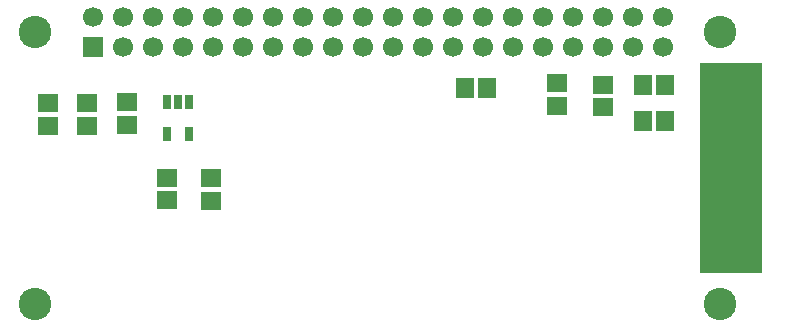
<source format=gbs>
G04 DipTrace 3.0.0.2*
G04 wifihat.GBS*
%MOMM*%
G04 #@! TF.FileFunction,Soldermask,Bot*
G04 #@! TF.Part,Single*
%ADD31C,2.75*%
%ADD36R,0.8X1.3*%
%ADD46C,1.7*%
%ADD48R,1.7X1.7*%
%ADD50R,1.5X1.7*%
%ADD52R,1.7X1.5*%
%FSLAX35Y35*%
G04*
G71*
G90*
G75*
G01*
G04 BotMask*
%LPD*%
D52*
X156000Y2045667D3*
Y1855667D3*
X489000Y2046000D3*
Y1856000D3*
X1169000Y1419000D3*
Y1229000D3*
X1539000Y1412000D3*
Y1222000D3*
D50*
X3880000Y2179000D3*
X3690000D3*
D31*
X49700Y349000D3*
Y2649300D3*
X5850000D3*
X5849700Y348700D3*
D48*
X537000Y2522367D3*
D46*
Y2776367D3*
X791000Y2522367D3*
Y2776367D3*
X1045000Y2522367D3*
Y2776367D3*
X1299000Y2522367D3*
Y2776367D3*
X1553000Y2522367D3*
Y2776367D3*
X1807000Y2522367D3*
Y2776367D3*
X2061000Y2522367D3*
Y2776367D3*
X2315000Y2522367D3*
Y2776367D3*
X2569000Y2522367D3*
Y2776367D3*
X2823000Y2522367D3*
Y2776367D3*
X3077000Y2522367D3*
Y2776367D3*
X3331000Y2522367D3*
Y2776367D3*
X3585000Y2522367D3*
Y2776367D3*
X3839000Y2522367D3*
Y2776367D3*
X4093000Y2522367D3*
Y2776367D3*
X4347000Y2522367D3*
Y2776367D3*
X4601000Y2522367D3*
Y2776367D3*
X4855000Y2522367D3*
Y2776367D3*
X5109000Y2522367D3*
Y2776367D3*
X5363000Y2522367D3*
Y2776367D3*
D52*
X832000Y2056667D3*
Y1866667D3*
X4472000Y2217000D3*
Y2027000D3*
X4863000Y2204000D3*
Y2014000D3*
D50*
X5194000Y1898000D3*
X5384000D3*
X5196000Y2205000D3*
X5386000D3*
D36*
X1167000Y2056000D3*
X1262000D3*
X1357000D3*
Y1786000D3*
X1167000D3*
G36*
X5677000Y2389000D2*
X6208000D1*
Y612000D1*
X5677000D1*
Y2389000D1*
G37*
M02*

</source>
